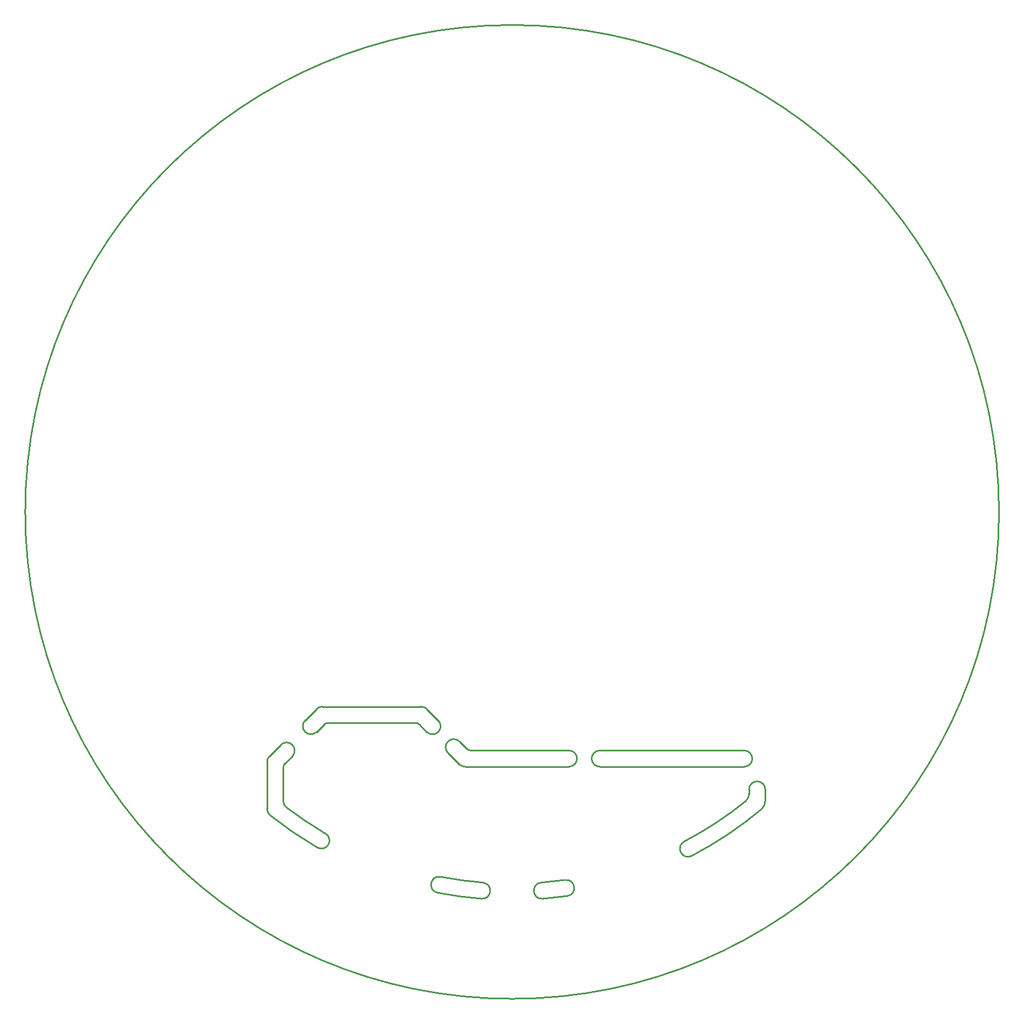
<source format=gm1>
G04*
G04 #@! TF.GenerationSoftware,Altium Limited,Altium Designer,22.2.1 (43)*
G04*
G04 Layer_Color=16711935*
%FSLAX44Y44*%
%MOMM*%
G71*
G04*
G04 #@! TF.SameCoordinates,2D810589-119A-40C1-8923-BCE66BF163E0*
G04*
G04*
G04 #@! TF.FilePolarity,Positive*
G04*
G01*
G75*
%ADD10C,0.2540*%
D10*
X-109924Y-562113D02*
G03*
X-114724Y-586648I-2400J-12268D01*
G01*
X-47045Y-595906D02*
G03*
X-45078Y-570983I984J12461D01*
G01*
X-109924Y-562113D02*
G03*
X-45078Y-570983I109924J562113D01*
G01*
X-114724Y-586648D02*
G03*
X-47045Y-595906I114724J586648D01*
G01*
X-345493Y-456824D02*
G03*
X-291590Y-492980I345493J456824D01*
G01*
X360236Y-445291D02*
G03*
X365000Y-433789I-11502J11502D01*
G01*
X384651Y-457559D02*
G03*
X390000Y-444646I-12913J12913D01*
G01*
X377500Y-415000D02*
G03*
X365000Y-427500I0J-12500D01*
G01*
X390000D02*
G03*
X377500Y-415000I-12500J0D01*
G01*
X265110Y-507711D02*
G03*
X276681Y-529872I5785J-11081D01*
G01*
X47045Y-595906D02*
G03*
X84886Y-591702I-47045J595906D01*
G01*
X45078Y-570983D02*
G03*
X81336Y-566955I-45078J570983D01*
G01*
X84886Y-591702D02*
G03*
X81336Y-566955I-1775J12373D01*
G01*
X265110Y-507711D02*
G03*
X360236Y-445291I-265110J507711D01*
G01*
X276681Y-529872D02*
G03*
X384651Y-457559I-276681J529872D01*
G01*
X45078Y-570983D02*
G03*
X47045Y-595906I984J-12461D01*
G01*
X-372571Y-467472D02*
G03*
X-299807Y-517161I372559J467458D01*
G01*
D02*
G03*
X-288036Y-495107I6017J10956D01*
G01*
X-352404Y-445290D02*
G03*
X-347540Y-455262I12655J-0D01*
G01*
X-377435Y-457500D02*
G03*
X-372571Y-467472I12655J-0D01*
G01*
X-373965Y-376465D02*
G03*
X-377500Y-385000I8536J-8536D01*
G01*
X-338572Y-376428D02*
G03*
X-338572Y-358750I-8839J8839D01*
G01*
D02*
G03*
X-356250Y-358750I-8839J-8839D01*
G01*
X-349929Y-387784D02*
G03*
X-352404Y-393759I5975J-5975D01*
G01*
X357500Y-392500D02*
G03*
X370000Y-380000I0J12500D01*
G01*
D02*
G03*
X357500Y-367500I-12500J0D01*
G01*
X135000D02*
G03*
X122500Y-380000I0J-12500D01*
G01*
D02*
G03*
X135000Y-392500I12500J0D01*
G01*
X-283741Y-325096D02*
G03*
X-289716Y-327571I0J-8449D01*
G01*
X-318750Y-321250D02*
G03*
X-318750Y-338928I8839J-8839D01*
G01*
D02*
G03*
X-301072Y-338928I8839J8839D01*
G01*
X-292500Y-300000D02*
G03*
X-301035Y-303535I0J-12071D01*
G01*
X-131465D02*
G03*
X-140000Y-300000I-8536J-8536D01*
G01*
X-131428Y-338928D02*
G03*
X-113750Y-338928I8839J8839D01*
G01*
D02*
G03*
X-113750Y-321250I-8839J8839D01*
G01*
X-142784Y-327571D02*
G03*
X-148759Y-325096I-5975J-5975D01*
G01*
X-69716Y-364929D02*
G03*
X-63741Y-367404I5975J5975D01*
G01*
X87500Y-392500D02*
G03*
X100000Y-380000I0J12500D01*
G01*
D02*
G03*
X87500Y-367500I-12500J0D01*
G01*
X-98750Y-353572D02*
G03*
X-98750Y-371250I8839J-8839D01*
G01*
X-81072Y-353572D02*
G03*
X-98750Y-353572I-8839J-8839D01*
G01*
X-81035Y-388965D02*
G03*
X-72500Y-392500I8536J8536D01*
G01*
X750000Y0D02*
G03*
X750000Y0I-750000J0D01*
G01*
X-347540Y-455262D02*
X-345493Y-456824D01*
X-291590Y-492980D02*
X-288036Y-495107D01*
X365000Y-433789D02*
Y-427500D01*
X390000Y-444646D02*
Y-427500D01*
X135000Y-367500D02*
X357500D01*
X-352404Y-445290D02*
Y-393759D01*
X-377500Y-385000D02*
X-377435Y-457500D01*
X-373965Y-376465D02*
X-356250Y-358750D01*
X-349929Y-387784D02*
X-338572Y-376428D01*
X135000Y-392500D02*
X357500D01*
X-301072Y-338928D02*
X-289716Y-327571D01*
X-318750Y-321250D02*
X-301035Y-303535D01*
X-283741Y-325010D02*
X-148759Y-325096D01*
X-131465Y-303535D02*
X-113750Y-321250D01*
X-292500Y-300000D02*
X-140000Y-300000D01*
X-142784Y-327571D02*
X-131428Y-338928D01*
X-81072Y-353572D02*
X-69716Y-364929D01*
X-72500Y-392500D02*
X87500D01*
X-98750Y-371250D02*
X-81035Y-388965D01*
X-63741Y-367404D02*
X87500Y-367500D01*
X-109924Y-562113D02*
G03*
X-114724Y-586648I-2400J-12268D01*
G01*
X-47045Y-595906D02*
G03*
X-45078Y-570983I984J12461D01*
G01*
X-109924Y-562113D02*
G03*
X-45078Y-570983I109924J562113D01*
G01*
X-114724Y-586648D02*
G03*
X-47045Y-595906I114724J586648D01*
G01*
X-345493Y-456824D02*
G03*
X-291590Y-492980I345493J456824D01*
G01*
X360236Y-445291D02*
G03*
X365000Y-433789I-11502J11502D01*
G01*
X384651Y-457559D02*
G03*
X390000Y-444646I-12913J12913D01*
G01*
X377500Y-415000D02*
G03*
X365000Y-427500I0J-12500D01*
G01*
X390000D02*
G03*
X377500Y-415000I-12500J0D01*
G01*
X265110Y-507711D02*
G03*
X276681Y-529872I5785J-11081D01*
G01*
X47045Y-595906D02*
G03*
X84886Y-591702I-47045J595906D01*
G01*
X45078Y-570983D02*
G03*
X81336Y-566955I-45078J570983D01*
G01*
X84886Y-591702D02*
G03*
X81336Y-566955I-1775J12373D01*
G01*
X265110Y-507711D02*
G03*
X360236Y-445291I-265110J507711D01*
G01*
X276681Y-529872D02*
G03*
X384651Y-457559I-276681J529872D01*
G01*
X45078Y-570983D02*
G03*
X47045Y-595906I984J-12461D01*
G01*
X-372571Y-467472D02*
G03*
X-299807Y-517161I372559J467458D01*
G01*
D02*
G03*
X-288036Y-495107I6017J10956D01*
G01*
X-352404Y-445290D02*
G03*
X-347540Y-455262I12655J-0D01*
G01*
X-377435Y-457500D02*
G03*
X-372571Y-467472I12655J-0D01*
G01*
X-373965Y-376465D02*
G03*
X-377500Y-385000I8536J-8536D01*
G01*
X-338572Y-376428D02*
G03*
X-338572Y-358750I-8839J8839D01*
G01*
D02*
G03*
X-356250Y-358750I-8839J-8839D01*
G01*
X-349929Y-387784D02*
G03*
X-352404Y-393759I5975J-5975D01*
G01*
X357500Y-392500D02*
G03*
X370000Y-380000I0J12500D01*
G01*
D02*
G03*
X357500Y-367500I-12500J0D01*
G01*
X135000D02*
G03*
X122500Y-380000I0J-12500D01*
G01*
D02*
G03*
X135000Y-392500I12500J0D01*
G01*
X-283741Y-325096D02*
G03*
X-289716Y-327571I0J-8449D01*
G01*
X-318750Y-321250D02*
G03*
X-318750Y-338928I8839J-8839D01*
G01*
D02*
G03*
X-301072Y-338928I8839J8839D01*
G01*
X-292500Y-300000D02*
G03*
X-301035Y-303535I0J-12071D01*
G01*
X-131465D02*
G03*
X-140000Y-300000I-8536J-8536D01*
G01*
X-131428Y-338928D02*
G03*
X-113750Y-338928I8839J8839D01*
G01*
D02*
G03*
X-113750Y-321250I-8839J8839D01*
G01*
X-142784Y-327571D02*
G03*
X-148759Y-325096I-5975J-5975D01*
G01*
X-69716Y-364929D02*
G03*
X-63741Y-367404I5975J5975D01*
G01*
X87500Y-392500D02*
G03*
X100000Y-380000I0J12500D01*
G01*
D02*
G03*
X87500Y-367500I-12500J0D01*
G01*
X-98750Y-353572D02*
G03*
X-98750Y-371250I8839J-8839D01*
G01*
X-81072Y-353572D02*
G03*
X-98750Y-353572I-8839J-8839D01*
G01*
X-81035Y-388965D02*
G03*
X-72500Y-392500I8536J8536D01*
G01*
X750000Y0D02*
G03*
X750000Y0I-750000J0D01*
G01*
X-347540Y-455262D02*
X-345493Y-456824D01*
X-291590Y-492980D02*
X-288036Y-495107D01*
X365000Y-433789D02*
Y-427500D01*
X390000Y-444646D02*
Y-427500D01*
X135000Y-367500D02*
X357500D01*
X-352404Y-445290D02*
Y-393759D01*
X-377500Y-385000D02*
X-377435Y-457500D01*
X-373965Y-376465D02*
X-356250Y-358750D01*
X-349929Y-387784D02*
X-338572Y-376428D01*
X135000Y-392500D02*
X357500D01*
X-301072Y-338928D02*
X-289716Y-327571D01*
X-318750Y-321250D02*
X-301035Y-303535D01*
X-283741Y-325010D02*
X-148759Y-325096D01*
X-131465Y-303535D02*
X-113750Y-321250D01*
X-292500Y-300000D02*
X-140000Y-300000D01*
X-142784Y-327571D02*
X-131428Y-338928D01*
X-81072Y-353572D02*
X-69716Y-364929D01*
X-72500Y-392500D02*
X87500D01*
X-98750Y-371250D02*
X-81035Y-388965D01*
X-63741Y-367404D02*
X87500Y-367500D01*
M02*

</source>
